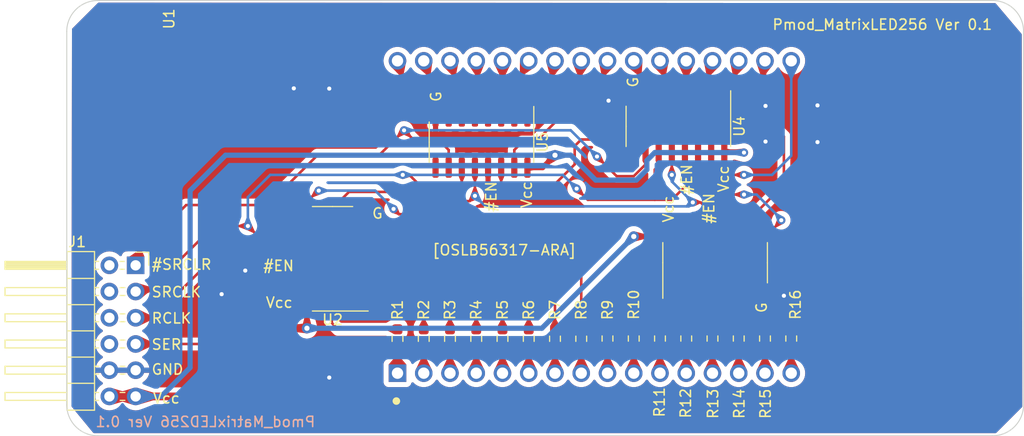
<source format=kicad_pcb>
(kicad_pcb (version 20221018) (generator pcbnew)
  (layers (0 "F.Cu" signal) (31 "B.Cu" signal) (34 "B.Paste" user) (35 "F.Paste" user) (36 "B.SilkS" user "B.Silkscreen") (37 "F.SilkS" user "F.Silkscreen") (38 "B.Mask" user) (39 "F.Mask" user) (44 "Edge.Cuts" user))
  (net 0 "")
  (net 1 "/#SRCLR")
  (net 2 "/SRCLK")
  (net 3 "/RCLK")
  (net 4 "/SER1")
  (net 5 "GND")
  (net 6 "VCC")
  (net 11 "Net-(U1-COL1)")
  (net 12 "Net-(U2-QA)")
  (net 13 "Net-(U1-COL2)")
  (net 14 "Net-(U2-QB)")
  (net 15 "Net-(U1-COL3)")
  (net 16 "Net-(U2-QC)")
  (net 17 "Net-(U1-COL4)")
  (net 18 "Net-(U2-QD)")
  (net 19 "Net-(U1-COL5)")
  (net 20 "Net-(U2-QE)")
  (net 21 "Net-(U1-COL6)")
  (net 22 "Net-(U2-QF)")
  (net 23 "Net-(U1-COL7)")
  (net 24 "Net-(U2-QG)")
  (net 25 "Net-(U1-COL8)")
  (net 26 "Net-(U2-QH)")
  (net 27 "Net-(U1-COL9)")
  (net 28 "Net-(U3-QA)")
  (net 29 "Net-(U1-COL10)")
  (net 30 "Net-(U3-QB)")
  (net 31 "Net-(U1-COL11)")
  (net 32 "Net-(U3-QC)")
  (net 33 "Net-(U1-COL12)")
  (net 34 "Net-(U3-QD)")
  (net 35 "Net-(U1-COL13)")
  (net 36 "Net-(U3-QE)")
  (net 37 "Net-(U1-COL14)")
  (net 38 "Net-(U3-QF)")
  (net 39 "Net-(U1-COL15)")
  (net 40 "Net-(U3-QG)")
  (net 41 "Net-(U1-COL16)")
  (net 42 "Net-(U3-QH)")
  (net 43 "Net-(U1-ROW1)")
  (net 44 "Net-(U1-ROW2)")
  (net 45 "Net-(U1-ROW3)")
  (net 46 "Net-(U1-ROW4)")
  (net 47 "Net-(U1-ROW5)")
  (net 48 "Net-(U1-ROW6)")
  (net 49 "Net-(U1-ROW7)")
  (net 50 "Net-(U1-ROW8)")
  (net 51 "Net-(U1-ROW9)")
  (net 52 "Net-(U1-ROW10)")
  (net 53 "Net-(U1-ROW11)")
  (net 54 "Net-(U1-ROW12)")
  (net 55 "Net-(U1-ROW13)")
  (net 56 "Net-(U1-ROW14)")
  (net 57 "Net-(U1-ROW15)")
  (net 58 "Net-(U1-ROW16)")
  (net 59 "/SER2")
  (net 60 "/SER3")
  (net 61 "/SER4")
  (footprint "Resistor_SMD:R_0603_1608Metric_Pad0.98x0.95mm_HandSolder" (layer "F.Cu") (at 136.144 126.492 90)
    (fp_text reference "R5" (at 2.794 0 90) (layer "F.SilkS"))
    (fp_text value "680")
    (pad "1" smd roundrect (at -0.9125 0 90) (size 0.975 0.95) (layers "F.Cu" "F.Paste" "F.Mask") (net 19 "Net-(U1-COL5)"))
    (pad "2" smd roundrect (at 0.9125 0 90) (size 0.975 0.95) (layers "F.Cu" "F.Paste" "F.Mask") (net 20 "Net-(U2-QE)"))
  )
  (footprint "Resistor_SMD:R_0603_1608Metric_Pad0.98x0.95mm_HandSolder" (layer "F.Cu") (at 141.224 126.492 90)
    (fp_text reference "R7" (at 2.794 0 90) (layer "F.SilkS"))
    (fp_text value "680")
    (pad "1" smd roundrect (at -0.9125 0 90) (size 0.975 0.95) (layers "F.Cu" "F.Paste" "F.Mask") (net 23 "Net-(U1-COL7)"))
    (pad "2" smd roundrect (at 0.9125 0 90) (size 0.975 0.95) (layers "F.Cu" "F.Paste" "F.Mask") (net 24 "Net-(U2-QG)"))
  )
  (footprint "Package_SO:SOIC-16_3.9x9.9mm_P1.27mm" (layer "F.Cu") (at 156.718 119.126 90)
    (fp_text reference "U3" hide)
    (fp_text value "74AHC595")
    (pad "1" smd roundrect (at -2.475 -4.445 90) (size 1.95 0.6) (layers "F.Cu" "F.Paste" "F.Mask") (net 30 "Net-(U3-QB)"))
    (pad "2" smd roundrect (at -2.475 -3.175 90) (size 1.95 0.6) (layers "F.Cu" "F.Paste" "F.Mask") (net 32 "Net-(U3-QC)"))
    (pad "3" smd roundrect (at -2.475 -1.905 90) (size 1.95 0.6) (layers "F.Cu" "F.Paste" "F.Mask") (net 34 "Net-(U3-QD)"))
    (pad "4" smd roundrect (at -2.475 -0.635 90) (size 1.95 0.6) (layers "F.Cu" "F.Paste" "F.Mask") (net 36 "Net-(U3-QE)"))
    (pad "5" smd roundrect (at -2.475 0.635 90) (size 1.95 0.6) (layers "F.Cu" "F.Paste" "F.Mask") (net 38 "Net-(U3-QF)"))
    (pad "6" smd roundrect (at -2.475 1.905 90) (size 1.95 0.6) (layers "F.Cu" "F.Paste" "F.Mask") (net 40 "Net-(U3-QG)"))
    (pad "7" smd roundrect (at -2.475 3.175 90) (size 1.95 0.6) (layers "F.Cu" "F.Paste" "F.Mask") (net 42 "Net-(U3-QH)"))
    (pad "8" smd roundrect (at -2.475 4.445 90) (size 1.95 0.6) (layers "F.Cu" "F.Paste" "F.Mask") (net 5 "GND"))
    (pad "9" smd roundrect (at 2.475 4.445 90) (size 1.95 0.6) (layers "F.Cu" "F.Paste" "F.Mask") (net 60 "/SER3"))
    (pad "10" smd roundrect (at 2.475 3.175 90) (size 1.95 0.6) (layers "F.Cu" "F.Paste" "F.Mask") (net 1 "/#SRCLR"))
    (pad "11" smd roundrect (at 2.475 1.905 90) (size 1.95 0.6) (layers "F.Cu" "F.Paste" "F.Mask") (net 2 "/SRCLK"))
    (pad "12" smd roundrect (at 2.475 0.635 90) (size 1.95 0.6) (layers "F.Cu" "F.Paste" "F.Mask") (net 3 "/RCLK"))
    (pad "13" smd roundrect (at 2.475 -0.635 90) (size 1.95 0.6) (layers "F.Cu" "F.Paste" "F.Mask") (net 5 "GND"))
    (pad "14" smd roundrect (at 2.475 -1.905 90) (size 1.95 0.6) (layers "F.Cu" "F.Paste" "F.Mask") (net 59 "/SER2"))
    (pad "15" smd roundrect (at 2.475 -3.175 90) (size 1.95 0.6) (layers "F.Cu" "F.Paste" "F.Mask") (net 28 "Net-(U3-QA)"))
    (pad "16" smd roundrect (at 2.475 -4.445 90) (size 1.95 0.6) (layers "F.Cu" "F.Paste" "F.Mask") (net 6 "VCC"))
  )
  (footprint "Resistor_SMD:R_0603_1608Metric_Pad0.98x0.95mm_HandSolder" (layer "F.Cu") (at 133.604 126.492 90)
    (fp_text reference "R4" (at 2.794 0 90) (layer "F.SilkS"))
    (fp_text value "680")
    (pad "1" smd roundrect (at -0.9125 0 90) (size 0.975 0.95) (layers "F.Cu" "F.Paste" "F.Mask") (net 17 "Net-(U1-COL4)"))
    (pad "2" smd roundrect (at 0.9125 0 90) (size 0.975 0.95) (layers "F.Cu" "F.Paste" "F.Mask") (net 18 "Net-(U2-QD)"))
  )
  (footprint "Resistor_SMD:R_0603_1608Metric_Pad0.98x0.95mm_HandSolder" (layer "F.Cu") (at 146.304 126.472 90)
    (fp_text reference "R9" (at 2.774 0 90) (layer "F.SilkS"))
    (fp_text value "680")
    (pad "1" smd roundrect (at -0.9125 0 90) (size 0.975 0.95) (layers "F.Cu" "F.Paste" "F.Mask") (net 27 "Net-(U1-COL9)"))
    (pad "2" smd roundrect (at 0.9125 0 90) (size 0.975 0.95) (layers "F.Cu" "F.Paste" "F.Mask") (net 28 "Net-(U3-QA)"))
  )
  (footprint "Package_SO:SOIC-16_3.9x9.9mm_P1.27mm" (layer "F.Cu") (at 134.112 107.442 -90)
    (fp_text reference "U5" (at 0 -5.9 90) (layer "F.SilkS"))
    (fp_text value "74AHC595")
    (pad "1" smd roundrect (at -2.475 -4.445 270) (size 1.95 0.6) (layers "F.Cu" "F.Paste" "F.Mask") (net 52 "Net-(U1-ROW10)"))
    (pad "2" smd roundrect (at -2.475 -3.175 270) (size 1.95 0.6) (layers "F.Cu" "F.Paste" "F.Mask") (net 53 "Net-(U1-ROW11)"))
    (pad "3" smd roundrect (at -2.475 -1.905 270) (size 1.95 0.6) (layers "F.Cu" "F.Paste" "F.Mask") (net 54 "Net-(U1-ROW12)"))
    (pad "4" smd roundrect (at -2.475 -0.635 270) (size 1.95 0.6) (layers "F.Cu" "F.Paste" "F.Mask") (net 55 "Net-(U1-ROW13)"))
    (pad "5" smd roundrect (at -2.475 0.635 270) (size 1.95 0.6) (layers "F.Cu" "F.Paste" "F.Mask") (net 56 "Net-(U1-ROW14)"))
    (pad "6" smd roundrect (at -2.475 1.905 270) (size 1.95 0.6) (layers "F.Cu" "F.Paste" "F.Mask") (net 57 "Net-(U1-ROW15)"))
    (pad "7" smd roundrect (at -2.475 3.175 270) (size 1.95 0.6) (layers "F.Cu" "F.Paste" "F.Mask") (net 58 "Net-(U1-ROW16)"))
    (pad "8" smd roundrect (at -2.475 4.445 270) (size 1.95 0.6) (layers "F.Cu" "F.Paste" "F.Mask") (net 5 "GND"))
    (pad "9" smd roundrect (at 2.475 4.445 270) (size 1.95 0.6) (layers "F.Cu" "F.Paste" "F.Mask"))
    (pad "10" smd roundrect (at 2.475 3.175 270) (size 1.95 0.6) (layers "F.Cu" "F.Paste" "F.Mask") (net 1 "/#SRCLR"))
    (pad "11" smd roundrect (at 2.475 1.905 270) (size 1.95 0.6) (layers "F.Cu" "F.Paste" "F.Mask") (net 2 "/SRCLK"))
    (pad "12" smd roundrect (at 2.475 0.635 270) (size 1.95 0.6) (layers "F.Cu" "F.Paste" "F.Mask") (net 3 "/RCLK"))
    (pad "13" smd roundrect (at 2.475 -0.635 270) (size 1.95 0.6) (layers "F.Cu" "F.Paste" "F.Mask") (net 5 "GND"))
    (pad "14" smd roundrect (at 2.475 -1.905 270) (size 1.95 0.6) (layers "F.Cu" "F.Paste" "F.Mask") (net 61 "/SER4"))
    (pad "15" smd roundrect (at 2.475 -3.175 270) (size 1.95 0.6) (layers "F.Cu" "F.Paste" "F.Mask") (net 51 "Net-(U1-ROW9)"))
    (pad "16" smd roundrect (at 2.475 -4.445 270) (size 1.95 0.6) (layers "F.Cu" "F.Paste" "F.Mask") (net 6 "VCC"))
  )
  (footprint "Resistor_SMD:R_0603_1608Metric_Pad0.98x0.95mm_HandSolder" (layer "F.Cu") (at 125.984 126.492 90)
    (fp_text reference "R1" (at 2.794 0 90) (layer "F.SilkS"))
    (fp_text value "680")
    (pad "1" smd roundrect (at -0.9125 0 90) (size 0.975 0.95) (layers "F.Cu" "F.Paste" "F.Mask") (net 11 "Net-(U1-COL1)"))
    (pad "2" smd roundrect (at 0.9125 0 90) (size 0.975 0.95) (layers "F.Cu" "F.Paste" "F.Mask") (net 12 "Net-(U2-QA)"))
  )
  (footprint "Resistor_SMD:R_0603_1608Metric_Pad0.98x0.95mm_HandSolder" (layer "F.Cu") (at 128.524 126.492 90)
    (fp_text reference "R2" (at 2.794 0 90) (layer "F.SilkS"))
    (fp_text value "680")
    (pad "1" smd roundrect (at -0.9125 0 90) (size 0.975 0.95) (layers "F.Cu" "F.Paste" "F.Mask") (net 13 "Net-(U1-COL2)"))
    (pad "2" smd roundrect (at 0.9125 0 90) (size 0.975 0.95) (layers "F.Cu" "F.Paste" "F.Mask") (net 14 "Net-(U2-QB)"))
  )
  (footprint "Resistor_SMD:R_0603_1608Metric_Pad0.98x0.95mm_HandSolder" (layer "F.Cu") (at 148.844 126.472 90)
    (fp_text reference "R10" (at 3.282 0 90) (layer "F.SilkS"))
    (fp_text value "680")
    (pad "1" smd roundrect (at -0.9125 0 90) (size 0.975 0.95) (layers "F.Cu" "F.Paste" "F.Mask") (net 29 "Net-(U1-COL10)"))
    (pad "2" smd roundrect (at 0.9125 0 90) (size 0.975 0.95) (layers "F.Cu" "F.Paste" "F.Mask") (net 30 "Net-(U3-QB)"))
  )
  (footprint "Resistor_SMD:R_0603_1608Metric_Pad0.98x0.95mm_HandSolder" (layer "F.Cu") (at 164.084 126.472 90)
    (fp_text reference "R16" (at 3.282 0.4064 90) (layer "F.SilkS"))
    (fp_text value "680")
    (pad "1" smd roundrect (at -0.9125 0 90) (size 0.975 0.95) (layers "F.Cu" "F.Paste" "F.Mask") (net 41 "Net-(U1-COL16)"))
    (pad "2" smd roundrect (at 0.9125 0 90) (size 0.975 0.95) (layers "F.Cu" "F.Paste" "F.Mask") (net 42 "Net-(U3-QH)"))
  )
  (footprint "Resistor_SMD:R_0603_1608Metric_Pad0.98x0.95mm_HandSolder" (layer "F.Cu") (at 159.004 126.472 90)
    (fp_text reference "R14" (at -6.3192 0.0508 90) (layer "F.SilkS"))
    (fp_text value "680")
    (pad "1" smd roundrect (at -0.9125 0 90) (size 0.975 0.95) (layers "F.Cu" "F.Paste" "F.Mask") (net 37 "Net-(U1-COL14)"))
    (pad "2" smd roundrect (at 0.9125 0 90) (size 0.975 0.95) (layers "F.Cu" "F.Paste" "F.Mask") (net 38 "Net-(U3-QF)"))
  )
  (footprint "Resistor_SMD:R_0603_1608Metric_Pad0.98x0.95mm_HandSolder" (layer "F.Cu") (at 161.544 126.472 90)
    (fp_text reference "R15" (at -6.3192 0.0508 90) (layer "F.SilkS"))
    (fp_text value "680")
    (pad "1" smd roundrect (at -0.9125 0 90) (size 0.975 0.95) (layers "F.Cu" "F.Paste" "F.Mask") (net 39 "Net-(U1-COL15)"))
    (pad "2" smd roundrect (at 0.9125 0 90) (size 0.975 0.95) (layers "F.Cu" "F.Paste" "F.Mask") (net 40 "Net-(U3-QG)"))
  )
  (footprint "Resistor_SMD:R_0603_1608Metric_Pad0.98x0.95mm_HandSolder" (layer "F.Cu") (at 151.384 126.472 90)
    (fp_text reference "R11" (at -6.1668 -0.0508 90) (layer "F.SilkS"))
    (fp_text value "680")
    (pad "1" smd roundrect (at -0.9125 0 90) (size 0.975 0.95) (layers "F.Cu" "F.Paste" "F.Mask") (net 31 "Net-(U1-COL11)"))
    (pad "2" smd roundrect (at 0.9125 0 90) (size 0.975 0.95) (layers "F.Cu" "F.Paste" "F.Mask") (net 32 "Net-(U3-QC)"))
  )
  (footprint "Resistor_SMD:R_0603_1608Metric_Pad0.98x0.95mm_HandSolder" (layer "F.Cu") (at 131.064 126.492 90)
    (fp_text reference "R3" (at 2.794 0 90) (layer "F.SilkS"))
    (fp_text value "680")
    (pad "1" smd roundrect (at -0.9125 0 90) (size 0.975 0.95) (layers "F.Cu" "F.Paste" "F.Mask") (net 15 "Net-(U1-COL3)"))
    (pad "2" smd roundrect (at 0.9125 0 90) (size 0.975 0.95) (layers "F.Cu" "F.Paste" "F.Mask") (net 16 "Net-(U2-QC)"))
  )
  (footprint "Package_SO:SOIC-16_3.9x9.9mm_P1.27mm" (layer "F.Cu") (at 153.162 105.918 -90)
    (fp_text reference "U4" (at 0 -5.9 90) (layer "F.SilkS"))
    (fp_text value "74AHC595")
    (pad "1" smd roundrect (at -2.475 -4.445 270) (size 1.95 0.6) (layers "F.Cu" "F.Paste" "F.Mask") (net 44 "Net-(U1-ROW2)"))
    (pad "2" smd roundrect (at -2.475 -3.175 270) (size 1.95 0.6) (layers "F.Cu" "F.Paste" "F.Mask") (net 45 "Net-(U1-ROW3)"))
    (pad "3" smd roundrect (at -2.475 -1.905 270) (size 1.95 0.6) (layers "F.Cu" "F.Paste" "F.Mask") (net 46 "Net-(U1-ROW4)"))
    (pad "4" smd roundrect (at -2.475 -0.635 270) (size 1.95 0.6) (layers "F.Cu" "F.Paste" "F.Mask") (net 47 "Net-(U1-ROW5)"))
    (pad "5" smd roundrect (at -2.475 0.635 270) (size 1.95 0.6) (layers "F.Cu" "F.Paste" "F.Mask") (net 48 "Net-(U1-ROW6)"))
    (pad "6" smd roundrect (at -2.475 1.905 270) (size 1.95 0.6) (layers "F.Cu" "F.Paste" "F.Mask") (net 49 "Net-(U1-ROW7)"))
    (pad "7" smd roundrect (at -2.475 3.175 270) (size 1.95 0.6) (layers "F.Cu" "F.Paste" "F.Mask") (net 50 "Net-(U1-ROW8)"))
    (pad "8" smd roundrect (at -2.475 4.445 270) (size 1.95 0.6) (layers "F.Cu" "F.Paste" "F.Mask") (net 5 "GND"))
    (pad "9" smd roundrect (at 2.475 4.445 270) (size 1.95 0.6) (layers "F.Cu" "F.Paste" "F.Mask") (net 61 "/SER4"))
    (pad "10" smd roundrect (at 2.475 3.175 270) (size 1.95 0.6) (layers "F.Cu" "F.Paste" "F.Mask") (net 1 "/#SRCLR"))
    (pad "11" smd roundrect (at 2.475 1.905 270) (size 1.95 0.6) (layers "F.Cu" "F.Paste" "F.Mask") (net 2 "/SRCLK"))
    (pad "12" smd roundrect (at 2.475 0.635 270) (size 1.95 0.6) (layers "F.Cu" "F.Paste" "F.Mask") (net 3 "/RCLK"))
    (pad "13" smd roundrect (at 2.475 -0.635 270) (size 1.95 0.6) (layers "F.Cu" "F.Paste" "F.Mask") (net 5 "GND"))
    (pad "14" smd roundrect (at 2.475 -1.905 270) (size 1.95 0.6) (layers "F.Cu" "F.Paste" "F.Mask") (net 60 "/SER3"))
    (pad "15" smd roundrect (at 2.475 -3.175 270) (size 1.95 0.6) (layers "F.Cu" "F.Paste" "F.Mask") (net 43 "Net-(U1-ROW1)"))
    (pad "16" smd roundrect (at 2.475 -4.445 270) (size 1.95 0.6) (layers "F.Cu" "F.Paste" "F.Mask") (net 6 "VCC"))
  )
  (footprint "Resistor_SMD:R_0603_1608Metric_Pad0.98x0.95mm_HandSolder" (layer "F.Cu") (at 143.764 126.492 90)
    (fp_text reference "R8" (at 2.794 0 90) (layer "F.SilkS"))
    (fp_text value "680")
    (pad "1" smd roundrect (at -0.9125 0 90) (size 0.975 0.95) (layers "F.Cu" "F.Paste" "F.Mask") (net 25 "Net-(U1-COL8)"))
    (pad "2" smd roundrect (at 0.9125 0 90) (size 0.975 0.95) (layers "F.Cu" "F.Paste" "F.Mask") (net 26 "Net-(U2-QH)"))
  )
  (footprint "MyLibrary:Pmod" (layer "F.Cu") (at 100.646 119.38)
    (fp_text reference "J1" (at -5.655 -2.27) (layer "F.SilkS"))
    (fp_text value "Pmod_Header" hide)
    (pad "1" thru_hole rect (at 0 0) (size 1.7 1.7) (drill 1) (layers "*.Cu" "*.Mask") (net 1 "/#SRCLR"))
    (pad "2" thru_hole oval (at 0 2.54) (size 1.7 1.7) (drill 1) (layers "*.Cu" "*.Mask") (net 2 "/SRCLK"))
    (pad "3" thru_hole oval (at 0 5.08) (size 1.7 1.7) (drill 1) (layers "*.Cu" "*.Mask") (net 3 "/RCLK"))
    (pad "4" thru_hole oval (at 0 7.62) (size 1.7 1.7) (drill 1) (layers "*.Cu" "*.Mask") (net 4 "/SER1"))
    (pad "5" thru_hole oval (at 0 10.16) (size 1.7 1.7) (drill 1) (layers "*.Cu" "*.Mask") (net 5 "GND"))
    (pad "6" thru_hole oval (at 0 12.7) (size 1.7 1.7) (drill 1) (layers "*.Cu" "*.Mask") (net 6 "VCC"))
    (pad "7" thru_hole oval (at -2.54 0) (size 1.7 1.7) (drill 1) (layers "*.Cu" "*.Mask"))
    (pad "8" thru_hole oval (at -2.54 2.54) (size 1.7 1.7) (drill 1) (layers "*.Cu" "*.Mask"))
    (pad "9" thru_hole oval (at -2.54 5.08) (size 1.7 1.7) (drill 1) (layers "*.Cu" "*.Mask"))
    (pad "10" thru_hole oval (at -2.54 7.62) (size 1.7 1.7) (drill 1) (layers "*.Cu" "*.Mask"))
    (pad "11" thru_hole oval (at -2.54 10.16) (size 1.7 1.7) (drill 1) (layers "*.Cu" "*.Mask") (net 5 "GND"))
    (pad "12" thru_hole oval (at -2.54 12.7) (size 1.7 1.7) (drill 1) (layers "*.Cu" "*.Mask") (net 6 "VCC"))
  )
  (footprint "Resistor_SMD:R_0603_1608Metric_Pad0.98x0.95mm_HandSolder" (layer "F.Cu") (at 156.464 126.472 90)
    (fp_text reference "R13" (at -6.3192 0.0508 90) (layer "F.SilkS"))
    (fp_text value "680")
    (pad "1" smd roundrect (at -0.9125 0 90) (size 0.975 0.95) (layers "F.Cu" "F.Paste" "F.Mask") (net 35 "Net-(U1-COL13)"))
    (pad "2" smd roundrect (at 0.9125 0 90) (size 0.975 0.95) (layers "F.Cu" "F.Paste" "F.Mask") (net 36 "Net-(U3-QE)"))
  )
  (footprint "myLibrary:OSLB56317-ARA" (layer "F.Cu") (at 104.775 135.128 90)
    (fp_text reference "U1" (at 39.624 -0.889 90) (layer "F.SilkS"))
    (fp_text value "OSLB56317-ARA")
    (pad "1" thru_hole rect (at 5.3 21.209 90) (size 1.7 1.7) (drill 1.1) (layers "*.Cu" "*.Mask") (net 11 "Net-(U1-COL1)"))
    (pad "2" thru_hole circle (at 5.3 23.749 90) (size 1.7 1.7) (drill 1.1) (layers "*.Cu" "*.Mask") (net 13 "Net-(U1-COL2)"))
    (pad "3" thru_hole circle (at 5.3 26.289 90) (size 1.7 1.7) (drill 1.1) (layers "*.Cu" "*.Mask") (net 15 "Net-(U1-COL3)"))
    (pad "4" thru_hole circle (at 5.3 28.829 90) (size 1.7 1.7) (drill 1.1) (layers "*.Cu" "*.Mask") (net 17 "Net-(U1-COL4)"))
    (pad "5" thru_hole circle (at 5.3 31.369 90) (size 1.7 1.7) (drill 1.1) (layers "*.Cu" "*.Mask") (net 19 "Net-(U1-COL5)"))
    (pad "6" thru_hole circle (at 5.3 33.909 90) (size 1.7 1.7) (drill 1.1) (layers "*.Cu" "*.Mask") (net 21 "Net-(U1-COL6)"))
    (pad "7" thru_hole circle (at 5.3 36.449 90) (size 1.7 1.7) (drill 1.1) (layers "*.Cu" "*.Mask") (net 23 "Net-(U1-COL7)"))
    (pad "8" thru_hole circle (at 5.3 38.989 90) (size 1.7 1.7) (drill 1.1) (layers "*.Cu" "*.Mask") (net 25 "Net-(U1-COL8)"))
    (pad "9" thru_hole circle (at 5.3 41.529 90) (size 1.7 1.7) (drill 1.1) (layers "*.Cu" "*.Mask") (net 27 "Net-(U1-COL9)"))
    (pad "10" thru_hole circle (at 5.3 44.069 90) (size 1.7 1.7) (drill 1.1) (layers "*.Cu" "*.Mask") (net 29 "Net-(U1-COL10)"))
    (pad "11" thru_hole circle (at 5.3 46.609 90) (size 1.7 1.7) (drill 1.1) (layers "*.Cu" "*.Mask") (net 31 "Net-(U1-COL11)"))
    (pad "12" thru_hole circle (at 5.3 49.149 90) (size 1.7 1.7) (drill 1.1) (layers "*.Cu" "*.Mask") (net 33 "Net-(U1-COL12)"))
    (pad "13" thru_hole circle (at 5.3 51.689 90) (size 1.7 1.7) (drill 1.1) (layers "*.Cu" "*.Mask") (net 35 "Net-(U1-COL13)"))
    (pad "14" thru_hole circle (at 5.3 54.229 90) (size 1.7 1.7) (drill 1.1) (layers "*.Cu" "*.Mask") (net 37 "Net-(U1-COL14)"))
    (pad "15" thru_hole circle (at 5.3 56.769 90) (size 1.7 1.7) (drill 1.1) (layers "*.Cu" "*.Mask") (net 39 "Net-(U1-COL15)"))
    (pad "16" thru_hole circle (at 5.3 59.309 90) (size 1.7 1.7) (drill 1.1) (layers "*.Cu" "*.Mask") (net 41 "Net-(U1-COL16)"))
    (pad "17" thru_hole circle (at 35.56 59.309 90) (size 1.7 1.7) (drill 1.1) (layers "*.Cu" "*.Mask") (net 43 "Net-(U1-ROW1)"))
    (pad "18" thru_hole circle (at 35.56 56.769 90) (size 1.7 1.7) (drill 1.1) (layers "*.Cu" "*.Mask") (net 44 "Net-(U1-ROW2)"))
    (pad "19" thru_hole circle (at 35.56 54.229 90) (size 1.7 1.7) (drill 1.1) (layers "*.Cu" "*.Mask") (net 45 "Net-(U1-ROW3)"))
    (pad "20" thru_hole circle (at 35.56 51.689 90) (size 1.7 1.7) (drill 1.1) (layers "*.Cu" "*.Mask") (net 46 "Net-(U1-ROW4)"))
    (pad "21" thru_hole circle (at 35.56 49.149 90) (size 1.7 1.7) (drill 1.1) (layers "*.Cu" "*.Mask") (net 47 "Net-(U1-ROW5)"))
    (pad "22" thru_hole circle (at 35.56 46.609 90) (size 1.7 1.7) (drill 1.1) (layers "*.Cu" "*.Mask") (net 48 "Net-(U1-ROW6)"))
    (pad "23" thru_hole circle (at 35.56 44.069 90) (size 1.7 1.7) (drill 1.1) (layers "*.Cu" "*.Mask") (net 49 "Net-(U1-ROW7)"))
    (pad "24" thru_hole circle (at 35.56 41.529 90) (size 1.7 1.7) (drill 1.1) (layers "*.Cu" "*.Mask") (net 50 "Net-(U1-ROW8)"))
    (pad "25" thru_hole circle (at 35.56 38.989 90) (size 1.7 1.7) (drill 1.1) (layers "*.Cu" "*.Mask") (net 51 "Net-(U1-ROW9)"))
    (pad "26" thru_hole circle (at 35.56 36.449 90) (size 1.7 1.7) (drill 1.1) (layers "*.Cu" "*.Mask") (net 52 "Net-(U1-ROW10)"))
    (pad "27" thru_hole circle (at 35.56 33.909 90) (size 1.7 1.7) (drill 1.1) (layers "*.Cu" "*.Mask") (net 53 "Net-(U1-ROW11)"))
    (pad "28" thru_hole circle (at 35.56 31.369 90) (size 1.7 1.7) (drill 1.1) (layers "*.Cu" "*.Mask") (net 54 "Net-(U1-ROW12)"))
    (pad "29" thru_hole circle (at 35.56 28.829 90) (size 1.7 1.7) (drill 1.1) (layers "*.Cu" "*.Mask") (net 55 "Net-(U1-ROW13)"))
    (pad "30" thru_hole circle (at 35.56 26.289 90) (size 1.7 1.7) (drill 1.1) (layers "*.Cu" "*.Mask") (net 56 "Net-(U1-ROW14)"))
    (pad "31" thru_hole circle (at 35.56 23.749 90) (size 1.7 1.7) (drill 1.1) (layers "*.Cu" "*.Mask") (net 57 "Net-(U1-ROW15)"))
    (pad "32" thru_hole circle (at 35.56 21.209 90) (size 1.7 1.7) (drill 1.1) (layers "*.Cu" "*.Mask") (net 58 "Net-(U1-ROW16)"))
  )
  (footprint "Resistor_SMD:R_0603_1608Metric_Pad0.98x0.95mm_HandSolder" (layer "F.Cu") (at 138.684 126.492 90)
    (fp_text reference "R6" (at 2.794 0 90) (layer "F.SilkS"))
    (fp_text value "680")
    (pad "1" smd roundrect (at -0.9125 0 90) (size 0.975 0.95) (layers "F.Cu" "F.Paste" "F.Mask") (net 21 "Net-(U1-COL6)"))
    (pad "2" smd roundrect (at 0.9125 0 90) (size 0.975 0.95) (layers "F.Cu" "F.Paste" "F.Mask") (net 22 "Net-(U2-QF)"))
  )
  (footprint "Package_SO:SOIC-16_3.9x9.9mm_P1.27mm" (layer "F.Cu") (at 119.699 118.745 180)
    (fp_text reference "U2" (at 0 -5.9) (layer "F.SilkS"))
    (fp_text value "74AHC595")
    (pad "1" smd roundrect (at -2.475 -4.445 180) (size 1.95 0.6) (layers "F.Cu" "F.Paste" "F.Mask") (net 14 "Net-(U2-QB)"))
    (pad "2" smd roundrect (at -2.475 -3.175 180) (size 1.95 0.6) (layers "F.Cu" "F.Paste" "F.Mask") (net 16 "Net-(U2-QC)"))
    (pad "3" smd roundrect (at -2.475 -1.905 180) (size 1.95 0.6) (layers "F.Cu" "F.Paste" "F.Mask") (net 18 "Net-(U2-QD)"))
    (pad "4" smd roundrect (at -2.475 -0.635 180) (size 1.95 0.6) (layers "F.Cu" "F.Paste" "F.Mask") (net 20 "Net-(U2-QE)"))
    (pad "5" smd roundrect (at -2.475 0.635 180) (size 1.95 0.6) (layers "F.Cu" "F.Paste" "F.Mask") (net 22 "Net-(U2-QF)"))
    (pad "6" smd roundrect (at -2.475 1.905 180) (size 1.95 0.6) (layers "F.Cu" "F.Paste" "F.Mask") (net 24 "Net-(U2-QG)"))
    (pad "7" smd roundrect (at -2.475 3.175 180) (size 1.95 0.6) (layers "F.Cu" "F.Paste" "F.Mask") (net 26 "Net-(U2-QH)"))
    (pad "8" smd roundrect (at -2.475 4.445 180) (size 1.95 0.6) (layers "F.Cu" "F.Paste" "F.Mask") (net 5 "GND"))
    (pad "9" smd roundrect (at 2.475 4.445 180) (size 1.95 0.6) (layers "F.Cu" "F.Paste" "F.Mask") (net 59 "/SER2"))
    (pad "10" smd roundrect (at 2.475 3.175 180) (size 1.95 0.6) (layers "F.Cu" "F.Paste" "F.Mask") (net 1 "/#SRCLR"))
    (pad "11" smd roundrect (at 2.475 1.905 180) (size 1.95 0.6) (layers "F.Cu" "F.Paste" "F.Mask") (net 2 "/SRCLK"))
    (pad "12" smd roundrect (at 2.475 0.635 180) (size 1.95 0.6) (layers "F.Cu" "F.Paste" "F.Mask") (net 3 "/RCLK"))
    (pad "13" smd roundrect (at 2.475 -0.635 180) (size 1.95 0.6) (layers "F.Cu" "F.Paste" "F.Mask") (net 5 "GND"))
    (pad "14" smd roundrect (at 2.475 -1.905 180) (size 1.95 0.6) (layers "F.Cu" "F.Paste" "F.Mask") (net 4 "/SER1"))
    (pad "15" smd roundrect (at 2.475 -3.175 180) (size 1.95 0.6) (layers "F.Cu" "F.Paste" "F.Mask") (net 12 "Net-(U2-QA)"))
    (pad "16" smd roundrect (at 2.475 -4.445 180) (size 1.95 0.6) (layers "F.Cu" "F.Paste" "F.Mask") (net 6 "VCC"))
  )
  (footprint "Resistor_SMD:R_0603_1608Metric_Pad0.98x0.95mm_HandSolder" (layer "F.Cu") (at 153.924 126.472 90)
    (fp_text reference "R12" (at -6.2684 -0.0508 90) (layer "F.SilkS"))
    (fp_text value "680")
    (pad "1" smd roundrect (at -0.9125 0 90) (size 0.975 0.95) (layers "F.Cu" "F.Paste" "F.Mask") (net 33 "Net-(U1-COL12)"))
    (pad "2" smd roundrect (at 0.9125 0 90) (size 0.975 0.95) (layers "F.Cu" "F.Paste" "F.Mask") (net 34 "Net-(U3-QD)"))
  )
  (gr_line (start 96.98 93.726) (end 183.563 93.726) (stroke (width 0.1)) (layer "Edge.Cuts"))
  (gr_arc (start 186.563 132.89) (mid 185.68432 135.01132) (end 183.563 135.89) (stroke (width 0.1)) (layer "Edge.Cuts"))
  (gr_line (start 183.563 135.89) (end 96.98 135.89) (stroke (width 0.1)) (layer "Edge.Cuts"))
  (gr_arc (start 96.98 135.89) (mid 94.85868 135.01132) (end 93.98 132.89) (stroke (width 0.1)) (layer "Edge.Cuts"))
  (gr_line (start 186.563 96.726) (end 186.563 132.89) (stroke (width 0.1)) (layer "Edge.Cuts"))
  (gr_arc (start 183.563 93.726) (mid 185.68432 94.60468) (end 186.563 96.726) (stroke (width 0.1)) (layer "Edge.Cuts"))
  (gr_arc (start 93.98 96.726) (mid 94.85868 94.60468) (end 96.98 93.726) (stroke (width 0.1)) (layer "Edge.Cuts"))
  (gr_line (start 93.98 132.89) (end 93.98 96.726) (stroke (width 0.1)) (layer "Edge.Cuts"))
  (gr_text "Pmod_MatrixLED256 Ver 0.1" (at 118.11 135.128) (layer "B.SilkS") (effects (font (size 1 1)) (justify left bottom mirror)))
  (gr_text "Vcc" (at 158.115 112.395 90) (layer "F.SilkS") (effects (font (size 1 1)) (justify left bottom)))
  (gr_text "#EN" (at 156.718 115.443 90) (layer "F.SilkS") (effects (font (size 1 1)) (justify left bottom)))
  (gr_text "RCLK" (at 102.108 125.095) (layer "F.SilkS") (effects (font (size 1 1)) (justify left bottom)))
  (gr_text "G" (at 123.444 114.935) (layer "F.SilkS") (effects (font (size 1 1)) (justify left bottom)))
  (gr_text "G" (at 130.302 103.632 90) (layer "F.SilkS") (effects (font (size 1 1)) (justify left bottom)))
  (gr_text "[OSLB56317-ARA]" (at 129.286 118.491) (layer "F.SilkS") (effects (font (size 1 1)) (justify left bottom)))
  (gr_text "Pmod_MatrixLED256 Ver 0.1" (at 162.179 96.647) (layer "F.SilkS") (effects (font (size 1 1)) (justify left bottom)))
  (gr_text "SER" (at 102.108 127.635) (layer "F.SilkS") (effects (font (size 1 1)) (justify left bottom)))
  (gr_text "Vcc" (at 139.065 113.919 90) (layer "F.SilkS") (effects (font (size 1 1)) (justify left bottom)))
  (gr_text "#EN" (at 135.636 114.3 90) (layer "F.SilkS") (effects (font (size 1 1)) (justify left bottom)))
  (gr_text "G" (at 161.798 124.079 90) (layer "F.SilkS") (effects (font (size 1 1)) (justify left bottom)))
  (gr_text "GND" (at 102.108 130.048) (layer "F.SilkS") (effects (font (size 1 1)) (justify left bottom)))
  (gr_text "#EN" (at 112.903 120.015) (layer "F.SilkS") (effects (font (size 1 1)) (justify left bottom)))
  (gr_text "Vcc" (at 152.781 115.316 90) (layer "F.SilkS") (effects (font (size 1 1)) (justify left bottom)))
  (gr_text "G" (at 149.352 102.235 90) (layer "F.SilkS") (effects (font (size 1 1)) (justify left bottom)))
  (gr_text "#EN" (at 154.559 112.649 90) (layer "F.SilkS") (effects (font (size 1 1)) (justify left bottom)))
  (gr_text "Vcc" (at 113.157 123.571) (layer "F.SilkS") (effects (font (size 1 1)) (justify left bottom)))
  (gr_text "#SRCLR" (at 102.108 119.888) (layer "F.SilkS") (effects (font (size 1 1)) (justify left bottom)))
  (gr_text "Vcc" (at 102.235 132.842) (layer "F.SilkS") (effects (font (size 1 1)) (justify left bottom)))
  (gr_text "SRCLK" (at 102.108 122.555) (layer "F.SilkS") (effects (font (size 1 1)) (justify left bottom)))
  (segment (start 130.302 107.569) (end 130.937 108.204) (width 0.25) (layer "F.Cu") (net 1))
  (segment (start 114.3 114.554) (end 115.316 115.57) (width 0.25) (layer "F.Cu") (net 1))
  (segment (start 149.987 109.601) (end 149.987 108.393) (width 0.25) (layer "F.Cu") (net 1))
  (segment (start 118.237 108.712) (end 124.206 108.712) (width 0.25) (layer "F.Cu") (net 1))
  (segment (start 130.937 108.204) (end 130.937 109.917) (width 0.25) (layer "F.Cu") (net 1))
  (segment (start 159.893 115.062) (end 163.3728 111.5822) (width 0.25) (layer "F.Cu") (net 1))
  (segment (start 127.889 107.569) (end 130.302 107.569) (width 0.25) (layer "F.Cu") (net 1))
  (segment (start 159.893 116.651) (end 159.893 115.062) (width 0.25) (layer "F.Cu") (net 1))
  (segment (start 115.316 115.57) (end 117.224 115.57) (width 0.25) (layer "F.Cu") (net 1))
  (segment (start 124.206 108.712) (end 126.619 106.299) (width 0.25) (layer "F.Cu") (net 1))
  (segment (start 163.3728 106.9086) (end 162.0774 105.6132) (width 0.25) (layer "F.Cu") (net 1))
  (segment (start 151.3078 105.6132) (end 149.987 106.934) (width 0.25) (layer "F.Cu") (net 1))
  (segment (start 100.646 118.429) (end 105.537 113.538) (width 0.25) (layer "F.Cu") (net 1))
  (segment (start 126.619 106.299) (end 127.889 107.569) (width 0.25) (layer "F.Cu") (net 1))
  (segment (start 148.844 110.744) (end 149.987 109.601) (width 0.25) (layer "F.Cu") (net 1))
  (segment (start 147.193 110.744) (end 148.844 110.744) (width 0.25) (layer "F.Cu") (net 1))
  (segment (start 114.3 113.538) (end 114.3 114.554) (width 0.25) (layer "F.Cu") (net 1))
  (segment (start 149.987 106.934) (end 149.987 108.393) (width 0.25) (layer "F.Cu") (net 1))
  (segment (start 145.288 108.839) (end 147.193 110.744) (width 0.25) (layer "F.Cu") (net 1))
  (segment (start 114.3 113.538) (end 114.3 112.649) (width 0.25) (layer "F.Cu") (net 1))
  (segment (start 100.646 119.38) (end 100.646 118.429) (width 0.25) (layer "F.Cu") (net 1))
  (segment (start 163.3728 111.5822) (end 163.3728 106.9086) (width 0.25) (layer "F.Cu") (net 1))
  (segment (start 162.0774 105.6132) (end 151.3078 105.6132) (width 0.25) (layer "F.Cu") (net 1))
  (segment (start 114.3 112.649) (end 118.237 108.712) (width 0.25) (layer "F.Cu") (net 1))
  (segment (start 105.537 113.538) (end 114.3 113.538) (width 0.25) (layer "F.Cu") (net 1))
  (via (at 126.619 106.299) (size 0.8) (drill 0.4) (layers "F.Cu" "B.Cu") (net 1))
  (via (at 145.288 108.839) (size 0.8) (drill 0.4) (layers "F.Cu" "B.Cu") (net 1))
  (segment (start 142.748 106.299) (end 126.619 106.299) (width 0.25) (layer "B.Cu") (net 1))
  (segment (start 145.288 108.839) (end 142.748 106.299) (width 0.25) (layer "B.Cu") (net 1))
  (segment (start 151.257 108.393) (end 151.257 109.728) (width 0.25) (layer "F.Cu") (net 2))
  (segment (start 155.067 111.633) (end 158.623 115.189) (width 0.25) (layer "F.Cu") (net 2))
  (segment (start 111.506 115.57) (end 112.776 116.84) (width 0.25) (layer "F.Cu") (net 2))
  (segment (start 153.924 111.633) (end 155.067 111.633) (width 0.25) (layer "F.Cu") (net 2))
  (segment (start 151.257 109.728) (end 150.876 110.109) (width 0.25) (layer "F.Cu") (net 2))
  (segment (start 128.524 112.014) (end 131.445 112.014) (width 0.25) (layer "F.Cu") (net 2))
  (segment (start 144.399 113.03) (end 152.527 113.03) (width 0.25) (layer "F.Cu") (net 2))
  (segment (start 152.527 113.03) (end 153.924 111.633) (width 0.25) (layer "F.Cu") (net 2))
  (segment (start 108.204 115.57) (end 111.506 115.57) (width 0.25) (layer "F.Cu") (net 2))
  (segment (start 150.876 110.109) (end 150.876 113.03) (width 0.25) (layer "F.Cu") (net 2))
  (segment (start 131.445 112.014) (end 132.207 111.252) (width 0.25) (layer "F.Cu") (net 2))
  (segment (start 101.854 121.92) (end 108.204 115.57) (width 0.25) (layer "F.Cu") (net 2))
  (segment (start 126.492 110.617) (end 127.127 110.617) (width 0.25) (layer "F.Cu") (net 2))
  (segment (start 143.3195 111.9505) (end 144.399 113.03) (width 0.25) (layer "F.Cu") (net 2))
  (segment (start 127.127 110.617) (end 128.524 112.014) (width 0.25) (layer "F.Cu") (net 2))
  (segment (start 100.646 121.92) (end 101.854 121.92) (width 0.25) (layer "F.Cu") (net 2))
  (segment (start 112.776 116.84) (end 117.224 116.84) (width 0.25) (layer "F.Cu") (net 2))
  (segment (start 132.207 111.252) (end 132.207 109.917) (width 0.25) (layer "F.Cu") (net 2))
  (segment (start 158.623 115.189) (end 158.623 116.651) (width 0.25) (layer "F.Cu") (net 2))
  (via (at 126.492 110.617) (size 0.8) (drill 0.4) (layers "F.Cu" "B.Cu") (net 2))
  (via (at 111.506 115.57) (size 0.8) (drill 0.4) (layers "F.Cu" "B.Cu") (net 2))
  (via (at 143.3195 111.9505) (size 0.8) (drill 0.4) (layers "F.Cu" "B.Cu") (net 2))
  (segment (start 111.506 115.57) (end 111.506 112.776) (width 0.25) (layer "B.Cu") (net 2))
  (segment (start 111.506 112.776) (end 113.665 110.617) (width 0.25) (layer "B.Cu") (net 2))
  (segment (start 113.665 110.617) (end 126.492 110.617) (width 0.25) (layer "B.Cu") (net 2))
  (segment (start 141.986 110.617) (end 143.3195 111.9505) (width 0.25) (layer "B.Cu") (net 2))
  (segment (start 126.492 110.617) (end 141.986 110.617) (width 0.25) (layer "B.Cu") (net 2))
  (segment (start 108.712 118.11) (end 117.224 118.11) (width 0.25) (layer "F.Cu") (net 3))
  (segment (start 121.285 112.268) (end 126.619 112.268) (width 0.25) (layer "F.Cu") (net 3))
  (segment (start 127.508 113.157) (end 132.969 113.157) (width 0.25) (layer "F.Cu") (net 3))
  (segment (start 118.872 118.11) (end 120.015 116.967) (width 0.25) (layer "F.Cu") (net 3))
  (segment (start 154.559 113.284) (end 155.321 113.284) (width 0.25) (layer "F.Cu") (net 3))
  (segment (start 157.353 115.316) (end 157.353 116.651) (width 0.25) (layer "F.Cu") (net 3))
  (segment (start 155.321 113.284) (end 157.353 115.316) (width 0.25) (layer "F.Cu") (net 3))
  (segment (start 132.969 113.157) (end 133.477 112.649) (width 0.25) (layer "F.Cu") (net 3))
  (segment (start 102.362 124.46) (end 108.712 118.11) (width 0.25) (layer "F.Cu") (net 3))
  (segment (start 126.619 112.268) (end 127.508 113.157) (width 0.25) (layer "F.Cu") (net 3))
  (segment (start 152.527 110.617) (end 152.527 108.393) (width 0.25) (layer "F.Cu") (net 3))
  (segment (start 133.477 112.649) (end 133.477 109.917) (width 0.25) (layer "F.Cu") (net 3))
  (segment (start 120.015 113.538) (end 121.285 112.268) (width 0.25) (layer "F.Cu") (net 3))
  (segment (start 120.015 116.967) (end 120.015 113.538) (width 0.25) (layer "F.Cu") (net 3))
  (segment (start 117.224 118.11) (end 118.872 118.11) (width 0.25) (layer "F.Cu") (net 3))
  (segment (start 100.646 124.46) (end 102.362 124.46) (width 0.25) (layer "F.Cu") (net 3))
  (via (at 152.527 110.617) (size 0.8) (drill 0.4) (layers "F.Cu" "B.Cu") (net 3))
  (via (at 133.477 112.649) (size 0.8) (drill 0.4) (layers "F.Cu" "B.Cu") (net 3))
  (via (at 154.559 113.284) (size 0.8) (drill 0.4) (layers "F.Cu" "B.Cu") (net 3))
  (segment (start 133.477 112.649) (end 134.493 113.665) (width 0.25) (layer "B.Cu") (net 3))
  (segment (start 154.559 113.284) (end 153.924 112.649) (width 0.25) (layer "B.Cu") (net 3))
  (segment (start 134.493 113.665) (end 154.178 113.665) (width 0.25) (layer "B.Cu") (net 3))
  (segment (start 152.527 111.252) (end 152.527 110.617) (width 0.25) (layer "B.Cu") (net 3))
  (segment (start 153.924 112.649) (end 152.527 111.252) (width 0.25) (layer "B.Cu") (net 3))
  (segment (start 154.178 113.665) (end 154.559 113.284) (width 0.25) (layer "B.Cu") (net 3))
  (segment (start 114.046 120.65) (end 107.696 127) (width 0.25) (layer "F.Cu") (net 4))
  (segment (start 117.224 120.65) (end 114.046 120.65) (width 0.25) (layer "F.Cu") (net 4))
  (segment (start 107.696 127) (end 100.646 127) (width 0.25) (layer "F.Cu") (net 4))
  (via (at 115.951 102.235) (size 0.8) (drill 0.4) (layers "F.Cu" "B.Cu") (net 5))
  (via (at 163.3728 122.3264) (size 0.8) (drill 0.4) (layers "F.Cu" "B.Cu") (net 5))
  (via (at 108.966 122.174) (size 0.8) (drill 0.4) (layers "F.Cu" "B.Cu") (net 5))
  (via (at 119.38 130.2512) (size 0.8) (drill 0.4) (layers "F.Cu" "B.Cu") (net 5))
  (via (at 119.38 102.2604) (size 0.8) (drill 0.4) (layers "F.Cu" "B.Cu") (net 5))
  (via (at 111.252 119.888) (size 0.8) (drill 0.4) (layers "F.Cu" "B.Cu") (net 5))
  (via (at 161.5948 103.9368) (size 0.8) (drill 0.4) (layers "F.Cu" "B.Cu") (net 5))
  (via (at 166.624 107.442) (size 0.8) (drill 0.4) (layers "F.Cu" "B.Cu") (net 5))
  (via (at 161.5948 107.3912) (size 0.8) (drill 0.4) (layers "F.Cu" "B.Cu") (net 5))
  (via (at 166.624 103.886) (size 0.8) (drill 0.4) (layers "F.Cu" "B.Cu") (net 5))
  (via (at 146.4056 103.4288) (size 0.8) (drill 0.4) (layers "F.Cu" "B.Cu") (net 5))
  (segment (start 152.208 116.586) (end 152.273 116.651) (width 0.5) (layer "F.Cu") (net 6))
  (segment (start 117.224 125.473) (end 117.221 125.476) (width 0.25) (layer "F.Cu") (net 6))
  (segment (start 140.019 109.917) (end 141.224 108.712) (width 0.5) (layer "F.Cu") (net 6))
  (segment (start 117.224 123.19) (end 117.224 125.473) (width 0.5) (layer "F.Cu") (net 6))
  (segment (start 105.918 132.08) (end 100.646 132.08) (width 0.75) (layer "F.Cu") (net 6))
  (segment (start 100.646 132.08) (end 98.106 132.08) (width 0.75) (layer "F.Cu") (net 6))
  (segment (start 159.447 108.393) (end 159.512 108.458) (width 0.5) (layer "F.Cu") (net 6))
  (segment (start 112.522 125.476) (end 117.221 125.476) (width 0.75) (layer "F.Cu") (net 6))
  (segment (start 138.557 109.917) (end 140.019 109.917) (width 0.5) (layer "F.Cu") (net 6))
  (segment (start 157.607 108.393) (end 159.447 108.393) (width 0.5) (layer "F.Cu") (net 6))
  (segment (start 148.844 116.586) (end 152.208 116.586) (width 0.5) (layer "F.Cu") (net 6))
  (segment (start 105.918 132.08) (end 112.522 125.476) (width 0.75) (layer "F.Cu") (net 6))
  (via (at 117.221 125.476) (size 1) (drill 0.5) (layers "F.Cu" "B.Cu") (net 6))
  (via (at 159.512 108.458) (size 0.8) (drill 0.4) (layers "F.Cu" "B.Cu") (net 6))
  (via (at 141.224 108.712) (size 1) (drill 0.5) (layers "F.Cu" "B.Cu") (net 6))
  (via (at 148.844 116.586) (size 1) (drill 0.5) (layers "F.Cu" "B.Cu") (net 6))
  (segment (start 109.347 108.712) (end 105.918 112.141) (width 0.5) (layer "B.Cu") (net 6))
  (segment (start 142.748 108.712) (end 141.224 108.712) (width 0.5) (layer "B.Cu") (net 6))
  (segment (start 145.161 111.125) (end 142.748 108.712) (width 0.5) (layer "B.Cu") (net 6))
  (segment (start 150.114 109.22) (end 150.114 110.109) (width 0.5) (layer "B.Cu") (net 6))
  (segment (start 105.918 112.141) (end 105.918 129.286) (width 0.5) (layer "B.Cu") (net 6))
  (segment (start 159.512 108.458) (end 150.876 108.458) (width 0.5) (layer "B.Cu") (net 6))
  (segment (start 105.918 129.286) (end 103.124 132.08) (width 0.5) (layer "B.Cu") (net 6))
  (segment (start 103.124 132.08) (end 100.646 132.08) (width 0.5) (layer "B.Cu") (net 6))
  (segment (start 150.114 110.109) (end 149.098 111.125) (width 0.5) (layer "B.Cu") (net 6))
  (segment (start 150.876 108.458) (end 150.114 109.22) (width 0.5) (layer "B.Cu") (net 6))
  (segment (start 149.098 111.125) (end 145.161 111.125) (width 0.5) (layer "B.Cu") (net 6))
  (segment (start 139.954 125.476) (end 148.844 116.586) (width 0.5) (layer "B.Cu") (net 6))
  (segment (start 141.224 108.712) (end 109.347 108.712) (width 0.5) (layer "B.Cu") (net 6))
  (segment (start 117.221 125.476) (end 139.954 125.476) (width 0.5) (layer "B.Cu") (net 6))
  (segment (start 125.984 127.4045) (end 125.984 130.048) (width 0.25) (layer "F.Cu") (net 11))
  (segment (start 119.126 121.92) (end 119.634 122.428) (width 0.25) (layer "F.Cu") (net 12))
  (segment (start 117.224 121.92) (end 119.126 121.92) (width 0.25) (layer "F.Cu") (net 12))
  (segment (start 119.634 122.428) (end 119.634 124.968) (width 0.25) (layer "F.Cu") (net 12))
  (segment (start 120.2455 125.5795) (end 125.984 125.5795) (width 0.25) (layer "F.Cu") (net 12))
  (segment (start 119.634 124.968) (end 120.2455 125.5795) (width 0.25) (layer "F.Cu") (net 12))
  (segment (start 128.524 127.4045) (end 128.524 130.048) (width 0.25) (layer "F.Cu") (net 13))
  (segment (start 122.174 123.19) (end 127.762 123.19) (width 0.25) (layer "F.Cu") (net 14))
  (segment (start 128.524 123.952) (end 128.524 125.5795) (width 0.25) (layer "F.Cu") (net 14))
  (segment (start 127.762 123.19) (end 128.524 123.952) (width 0.25) (layer "F.Cu") (net 14))
  (segment (start 131.064 127.4045) (end 131.064 130.048) (width 0.25) (layer "F.Cu") (net 15))
  (segment (start 130.048 121.92) (end 131.064 122.936) (width 0.25) (layer "F.Cu") (net 16))
  (segment (start 131.064 122.936) (end 131.064 125.5795) (width 0.25) (layer "F.Cu") (net 16))
  (segment (start 122.174 121.92) (end 130.048 121.92) (width 0.25) (layer "F.Cu") (net 16))
  (segment (start 133.604 127.4045) (end 133.604 130.048) (width 0.25) (layer "F.Cu") (net 17))
  (segment (start 122.174 120.65) (end 132.588 120.65) (width 0.25) (layer "F.Cu") (net 18))
  (segment (start 133.604 121.666) (end 133.604 125.5795) (width 0.25) (layer "F.Cu") (net 18))
  (segment (start 132.588 120.65) (end 133.604 121.666) (width 0.25) (layer "F.Cu") (net 18))
  (segment (start 136.144 127.4045) (end 136.144 130.048) (width 0.25) (layer "F.Cu") (net 19))
  (segment (start 122.174 119.38) (end 135.128 119.38) (width 0.25) (layer "F.Cu") (net 20))
  (segment (start 136.144 120.396) (end 136.144 125.5795) (width 0.25) (layer "F.Cu") (net 20))
  (segment (start 135.128 119.38) (end 136.144 120.396) (width 0.25) (layer "F.Cu") (net 20))
  (segment (start 138.684 127.4045) (end 138.684 130.048) (width 0.25) (layer "F.Cu") (net 21))
  (segment (start 122.174 118.11) (end 137.668 118.11) (width 0.25) (layer "F.Cu") (net 22))
  (segment (start 138.684 119.126) (end 138.684 125.5795) (width 0.25) (layer "F.Cu") (net 22))
  (segment (start 137.668 118.11) (end 138.684 119.126) (width 0.25) (layer "F.Cu") (net 22))
  (segment (start 141.224 127.4045) (end 141.224 130.048) (width 0.25) (layer "F.Cu") (net 23))
  (segment (start 122.174 116.84) (end 139.954 116.84) (width 0.25) (layer "F.Cu") (net 24))
  (segment (start 141.224 118.11) (end 141.224 125.5795) (width 0.25) (layer "F.Cu") (net 24))
  (segment (start 139.954 116.84) (end 141.224 118.11) (width 0.25) (layer "F.Cu") (net 24))
  (segment (start 143.764 127.4045) (end 143.764 130.048) (width 0.25) (layer "F.Cu") (net 25))
  (segment (start 143.764 117.094) (end 143.764 125.5795) (width 0.25) (layer "F.Cu") (net 26))
  (segment (start 122.174 115.57) (end 142.24 115.57) (width 0.25) (layer "F.Cu") (net 26))
  (segment (start 142.24 115.57) (end 143.764 117.094) (width 0.25) (layer "F.Cu") (net 26))
  (segment (start 146.304 127.3845) (end 146.304 130.048) (width 0.25) (layer "F.Cu") (net 27))
  (segment (start 153.543 118.364) (end 153.543 116.651) (width 0.25) (layer "F.Cu") (net 28))
  (segment (start 146.304 125.5595) (end 146.304 120.904) (width 0.25) (layer "F.Cu") (net 28))
  (segment (start 146.304 120.904) (end 148.209 118.999) (width 0.25) (layer "F.Cu") (net 28))
  (segment (start 148.209 118.999) (end 152.908 118.999) (width 0.25) (layer "F.Cu") (net 28))
  (segment (start 152.908 118.999) (end 153.543 118.364) (width 0.25) (layer "F.Cu") (net 28))
  (segment (start 148.844 127.3845) (end 148.844 130.048) (width 0.25) (layer "F.Cu") (net 29))
  (segment (start 152.273 121.601) (end 150.687 121.601) (width 0.25) (layer "F.Cu") (net 30))
  (segment (start 148.844 123.444) (end 148.844 125.5595) (width 0.25) (layer "F.Cu") (net 30))
  (segment (start 150.687 121.601) (end 148.844 123.444) (width 0.25) (layer "F.Cu") (net 30))
  (segment (start 151.384 127.3845) (end 151.384 130.048) (width 0.25) (layer "F.Cu") (net 31))
  (segment (start 153.543 123.063) (end 151.384 125.222) (width 0.25) (layer "F.Cu") (net 32))
  (segment (start 151.384 125.222) (end 151.384 125.5595) (width 0.25) (layer "F.Cu") (net 32))
  (segment (start 153.543 121.601) (end 153.543 123.063) (width 0.25) (layer "F.Cu") (net 32))
  (segment (start 153.924 127.3845) (end 153.924 130.048) (width 0.25) (layer "F.Cu") (net 33))
  (segment (start 154.813 121.601) (end 154.813 123.825) (width 0.25) (layer "F.Cu") (net 34))
  (segment (start 154.813 123.825) (end 153.924 124.714) (width 0.25) (layer "F.Cu") (net 34))
  (segment (start 153.924 124.714) (end 153.924 125.5595) (width 0.25) (layer "F.Cu") (net 34))
  (segment (start 156.464 127.3845) (end 156.464 130.048) (width 0.25) (layer "F.Cu") (net 35))
  (segment (start 156.464 123.952) (end 156.464 125.5595) (width 0.25) (layer "F.Cu") (net 36))
  (segment (start 156.083 123.571) (end 156.464 123.952) (width 0.25) (layer "F.Cu") (net 36))
  (segment (start 156.083 121.601) (end 156.083 123.571) (width 0.25) (layer "F.Cu") (net 36))
  (segment (start 159.004 127.3845) (end 159.004 130.048) (width 0.25) (layer "F.Cu") (net 37))
  (segment (start 157.353 121.601) (end 157.353 123.063) (width 0.25) (layer "F.Cu") (net 38))
  (segment (start 159.004 124.714) (end 159.004 125.5595) (width 0.25) (layer "F.Cu") (net 38))
  (segment (start 157.353 123.063) (end 159.004 124.714) (width 0.25) (layer "F.Cu") (net 38))
  (segment (start 161.544 127.3845) (end 161.544 130.048) (width 0.25) (layer "F.Cu") (net 39))
  (segment (start 158.623 121.601) (end 158.623 122.809) (width 0.25) (layer "F.Cu") (net 40))
  (segment (start 159.766 123.952) (end 161.036 123.952) (width 0.25) (layer "F.Cu") (net 40))
  (segment (start 158.623 122.809) (end 159.766 123.952) (width 0.25) (layer "F.Cu") (net 40))
  (segment (start 161.036 123.952) (end 161.544 124.46) (width 0.25) (layer "F.Cu") (net 40))
  (segment (start 161.544 124.46) (end 161.544 125.5595) (width 0.25) (layer "F.Cu") (net 40))
  (segment (start 164.084 127.3845) (end 164.084 130.048) (width 0.25) (layer "F.Cu") (net 41))
  (segment (start 165.608 120.142) (end 165.608 124.714) (width 0.25) (layer "F.Cu") (net 42))
  (segment (start 159.893 121.601) (end 159.893 120.142) (width 0.25) (layer "F.Cu") (net 42))
  (segment (start 164.7625 125.5595) (end 164.084 125.5595) (width 0.25) (layer "F.Cu") (net 42))
  (segment (start 165.608 124.714) (end 164.7625 125.5595) (width 0.25) (layer "F.Cu") (net 42))
  (segment (start 164.973 119.507) (end 165.608 120.142) (width 0.25) (layer "F.Cu") (net 42))
  (segment (start 160.528 119.507) (end 164.973 119.507) (width 0.25) (layer "F.Cu") (net 42))
  (segment (start 159.893 120.142) (end 160.528 119.507) (width 0.25) (layer "F.Cu") (net 42))
  (segment (start 156.337 109.6645) (end 156.337 108.393) (width 0.25) (layer "F.Cu") (net 43))
  (segment (start 159.512 110.617) (end 157.2895 110.617) (width 0.25) (layer "F.Cu") (net 43))
  (segment (start 157.2895 110.617) (end 156.337 109.6645) (width 0.25) (layer "F.Cu") (net 43))
  (via (at 159.512 110.617) (size 0.8) (drill 0.4) (layers "F.Cu" "B.Cu") (net 43))
  (segment (start 162.2298 110.617) (end 164.084 108.7628) (width 0.25) (layer "B.Cu") (net 43))
  (segment (start 164.084 108.7628) (end 164.084 99.788) (width 0.25) (layer "B.Cu") (net 43))
  (segment (start 159.512 110.617) (end 162.2298 110.617) (width 0.25) (layer "B.Cu") (net 43))
  (segment (start 157.607 103.443) (end 158.939 103.443) (width 0.25) (layer "F.Cu") (net 44))
  (segment (start 161.544 100.838) (end 161.544 99.788) (width 0.25) (layer "F.Cu") (net 44))
  (segment (start 158.939 103.443) (end 161.544 100.838) (width 0.25) (layer "F.Cu") (net 44))
  (segment (start 156.337 102.235) (end 157.226 101.346) (width 0.25) (layer "F.Cu") (net 45))
  (segment (start 158.242 101.346) (end 159.004 100.584) (width 0.25) (layer "F.Cu") (net 45))
  (segment (start 156.337 103.443) (end 156.337 102.235) (width 0.25) (layer "F.Cu") (net 45))
  (segment (start 157.226 101.346) (end 158.242 101.346) (width 0.25) (layer "F.Cu") (net 45))
  (segment (start 159.004 100.584) (end 159.004 99.788) (width 0.25) (layer "F.Cu") (net 45))
  (segment (start 156.464 100.584) (end 156.464 99.788) (width 0.25) (layer "F.Cu") (net 46))
  (segment (start 155.067 103.443) (end 155.067 101.981) (width 0.25) (layer "F.Cu") (net 46))
  (segment (start 155.067 101.981) (end 156.464 100.584) (width 0.25) (layer "F.Cu") (net 46))
  (segment (start 153.797 103.443) (end 153.924 103.316) (width 0.25) (layer "F.Cu") (net 47))
  (segment (start 153.924 103.316) (end 153.924 99.788) (width 0.25) (layer "F.Cu") (net 47))
  (segment (start 152.527 101.727) (end 151.384 100.584) (width 0.25) (layer "F.Cu") (net 48))
  (segment (start 152.527 103.443) (end 152.527 101.727) (width 0.25) (layer "F.Cu") (net 48))
  (segment (start 151.384 100.584) (end 151.384 99.788) (width 0.25) (layer "F.Cu") (net 48))
  (segment (start 150.368 101.346) (end 149.86 101.346) (width 0.25) (layer "F.Cu") (net 49))
  (segment (start 151.257 102.235) (end 150.368 101.346) (width 0.25) (layer "F.Cu") (net 49))
  (segment (start 148.844 100.33) (end 148.844 99.788) (width 0.25) (layer "F.Cu") (net 49))
  (segment (start 151.257 103.443) (end 151.257 102.235) (width 0.25) (layer "F.Cu") (net 49))
  (segment (start 149.86 101.346) (end 148.844 100.33) (width 0.25) (layer "F.Cu") (net 49))
  (segment (start 144.526 102.362) (end 146.304 100.584) (width 0.25) (layer "F.Cu") (net 50))
  (segment (start 145.288 105.918) (end 144.526 105.156) (width 0.25) (layer "F.Cu") (net 50))
  (segment (start 149.987 103.443) (end 149.987 105.156) (width 0.25) (layer "F.Cu") (net 50))
  (segment (start 149.225 105.918) (end 145.288 105.918) (width 0.25) (layer "F.Cu") (net 50))
  (segment (start 144.526 105.156) (end 144.526 102.362) (width 0.25) (layer "F.Cu") (net 50))
  (segment (start 146.304 100.584) (end 146.304 99.788) (width 0.25) (layer "F.Cu") (net 50))
  (segment (start 149.987 105.156) (end 149.225 105.918) (width 0.25) (layer "F.Cu") (net 50))
  (segment (start 142.748 101.981) (end 143.764 100.965) (width 0.25) (layer "F.Cu") (net 51))
  (segment (start 137.287 109.917) (end 137.287 108.204) (width 0.25) (layer "F.Cu") (net 51))
  (segment (start 137.287 108.204) (end 138.049 107.442) (width 0.25) (layer "F.Cu") (net 51))
  (segment (start 143.764 100.965) (end 143.764 99.568) (width 0.25) (layer "F.Cu") (net 51))
  (segment (start 142.748 104.013) (end 142.748 101.981) (width 0.25) (layer "F.Cu") (net 51))
  (segment (start 138.049 107.442) (end 139.319 107.442) (width 0.25) (layer "F.Cu") (net 51))
  (segment (start 139.319 107.442) (end 142.748 104.013) (width 0.25) (layer "F.Cu") (net 51))
  (segment (start 141.224 100.711) (end 141.224 99.568) (width 0.25) (layer "F.Cu") (net 52))
  (segment (start 138.557 103.378) (end 141.224 100.711) (width 0.25) (layer "F.Cu") (net 52))
  (segment (start 138.557 104.967) (end 138.557 103.378) (width 0.25) (layer "F.Cu") (net 52))
  (segment (start 137.287 101.6) (end 138.684 100.203) (width 0.25) (layer "F.Cu") (net 53))
  (segment (start 137.287 104.967) (end 137.287 101.6) (width 0.25) (layer "F.Cu") (net 53))
  (segment (start 138.684 100.203) (end 138.684 99.568) (width 0.25) (layer "F.Cu") (net 53))
  (segment (start 136.017 104.967) (end 136.017 102.362) (width 0.25) (layer "F.Cu") (net 54))
  (segment (start 136.017 102.362) (end 136.144 102.235) (width 0.25) (layer "F.Cu") (net 54))
  (segment (start 136.144 102.235) (end 136.144 99.568) (width 0.25) (layer "F.Cu") (net 54))
  (segment (start 133.604 100.965) (end 133.604 99.568) (width 0.25) (layer "F.Cu") (net 55))
  (segment (start 134.747 104.967) (end 134.747 102.108) (width 0.25) (layer "F.Cu") (net 55))
  (segment (start 134.747 102.108) (end 133.604 100.965) (width 0.25) (layer "F.Cu") (net 55))
  (segment (start 131.064 100.584) (end 131.064 99.568) (width 0.25) (layer "F.Cu") (net 56))
  (segment (start 133.477 102.997) (end 131.064 100.584) (width 0.25) (layer "F.Cu") (net 56))
  (segment (start 133.477 104.967) (end 133.477 102.997) (width 0.25) (layer "F.Cu") (net 56))
  (segment (start 130.175 101.219) (end 129.286 101.219) (width 0.25) (layer "F.Cu") (net 57))
  (segment (start 129.286 101.219) (end 128.524 100.457) (width 0.25) (layer "F.Cu") (net 57))
  (segment (start 132.207 103.251) (end 130.175 101.219) (width 0.25) (layer "F.Cu") (net 57))
  (segment (start 132.207 104.967) (end 132.207 103.251) (width 0.25) (layer "F.Cu") (net 57))
  (segment (start 128.524 100.457) (end 128.524 99.568) (width 0.25) (layer "F.Cu") (net 57))
  (segment (start 125.984 100.584) (end 125.984 99.568) (width 0.25) (layer "F.Cu") (net 58))
  (segment (start 129.921 102.489) (end 127.889 102.489) (width 0.25) (layer "F.Cu") (net 58))
  (segment (start 130.937 104.967) (end 130.937 103.505) (width 0.25) (layer "F.Cu") (net 58))
  (segment (start 130.937 103.505) (end 129.921 102.489) (width 0.25) (layer "F.Cu") (net 58))
  (segment (start 127.889 102.489) (end 125.984 100.584) (width 0.25) (layer "F.Cu") (net 58))
  (segment (start 117.224 113.16) (end 117.224 114.3) (width 0.25) (layer "F.Cu") (net 59))
  (segment (start 154.051 114.427) (end 154.813 115.189) (width 0.25) (layer "F.Cu") (net 59))
  (segment (start 125.603 113.919) (end 126.111 114.427) (width 0.25) (layer "F.Cu") (net 59))
  (segment (start 117.221 113.157) (end 117.224 113.16) (width 0.25) (layer "F.Cu") (net 59))
  (segment (start 118.364 112.141) (end 117.221 113.157) (width 0.25) (layer "F.Cu") (net 59))
  (segment (start 154.813 115.189) (end 154.813 116.651) (width 0.25) (layer "F.Cu") (net 59))
  (segment (start 126.111 114.427) (end 154.051 114.427) (width 0.25) (layer "F.Cu") (net 59))
  (via (at 125.603 113.919) (size 0.8) (drill 0.4) (layers "F.Cu" "B.Cu") (net 59))
  (via (at 118.364 112.141) (size 0.8) (drill 0.4) (layers "F.Cu" "B.Cu") (net 59))
  (segment (start 123.825 112.141) (end 118.364 112.141) (width 0.25) (layer "B.Cu") (net 59))
  (segment (start 125.603 113.919) (end 123.825 112.141) (width 0.25) (layer "B.Cu") (net 59))
  (segment (start 159.512 112.522) (end 157.734 112.522) (width 0.25) (layer "F.Cu") (net 60))
  (segment (start 155.067 109.855) (end 155.067 108.393) (width 0.25) (layer "F.Cu") (net 60))
  (segment (start 163.1188 115.0112) (end 163.1188 115.062) (width 0.25) (layer "F.Cu") (net 60))
  (segment (start 157.734 112.522) (end 155.067 109.855) (width 0.25) (layer "F.Cu") (net 60))
  (segment (start 161.5298 116.651) (end 161.163 116.651) (width 0.25) (layer "F.Cu") (net 60))
  (segment (start 163.1188 115.062) (end 161.5298 116.651) (width 0.25) (layer "F.Cu") (net 60))
  (via (at 163.1188 115.0112) (size 0.8) (drill 0.4) (layers "F.Cu" "B.Cu") (net 60))
  (via (at 159.512 112.522) (size 0.8) (drill 0.4) (layers "F.Cu" "B.Cu") (net 60))
  (segment (start 163.1188 115.0112) (end 163.1188 114.9096) (width 0.25) (layer "B.Cu") (net 60))
  (segment (start 160.7312 112.522) (end 159.512 112.522) (width 0.25) (layer "B.Cu") (net 60))
  (segment (start 163.1188 114.9096) (end 160.7312 112.522) (width 0.25) (layer "B.Cu") (net 60))
  (segment (start 147.512 107.188) (end 148.717 108.393) (width 0.25) (layer "F.Cu") (net 61))
  (segment (start 137.033 112.395) (end 140.335 112.395) (width 0.25) (layer "F.Cu") (net 61))
  (segment (start 143.129 107.823) (end 143.764 107.188) (width 0.25) (layer "F.Cu") (net 61))
  (segment (start 143.764 107.188) (end 147.512 107.188) (width 0.25) (layer "F.Cu") (net 61))
  (segment (start 143.129 109.601) (end 143.129 107.823) (width 0.25) (layer "F.Cu") (net 61))
  (segment (start 136.017 109.917) (end 136.017 111.379) (width 0.25) (layer "F.Cu") (net 61))
  (segment (start 136.017 111.379) (end 137.033 112.395) (width 0.25) (layer "F.Cu") (net 61))
  (segment (start 140.335 112.395) (end 143.129 109.601) (width 0.25) (layer "F.Cu") (net 61))
  (zone (net 5) (net_name "GND") (layers "F&B.Cu") (connect_pads (clearance 0.5)) (min_thickness 0.25) (fill yes (thermal_gap 0.5) (thermal_bridge_width 0.5))
    (polygon (pts (xy 94.488 96.4692) (xy 97.028 93.9292) (xy 183.8452 93.98) (xy 186.3852 96.9772) (xy 186.436 133.096) (xy 183.896 135.636) (xy 96.5708 135.636) (xy 94.4372 133.0452)))
  )
)
</source>
